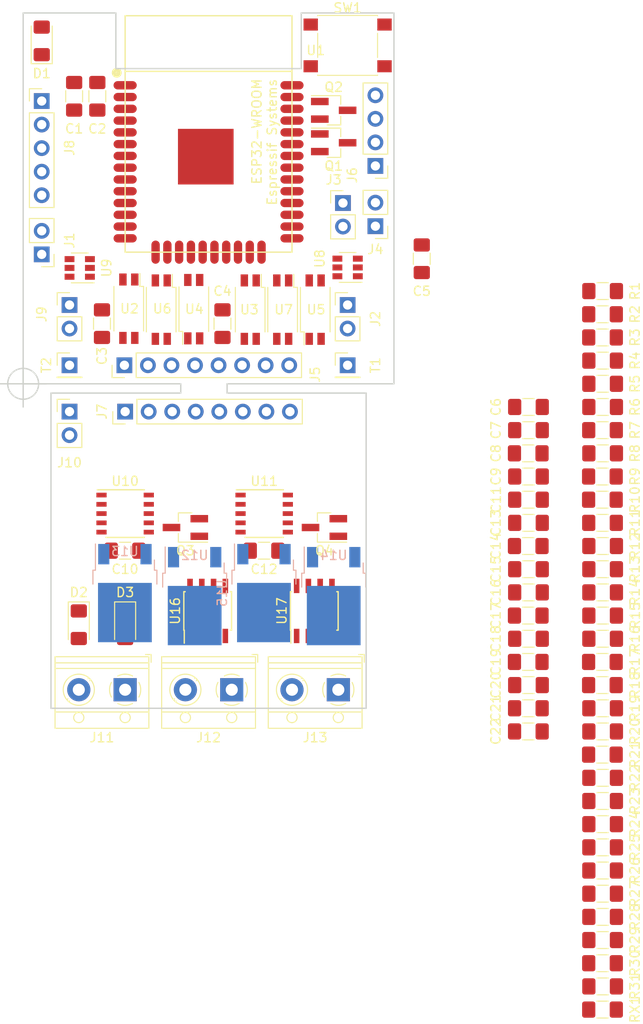
<source format=kicad_pcb>
(kicad_pcb (version 20171130) (host pcbnew "(5.0.1)-4")
  (layers (0 F.Cu signal) (1 In1.Cu signal) (2 In2.Cu signal) (31 B.Cu signal) (34 B.Paste user hide) (35 F.Paste user hide) (36 B.SilkS user) (37 F.SilkS user) (38 B.Mask user hide) (39 F.Mask user hide) (44 Edge.Cuts user))
  (net 0 "")
  (net 1 GND)
  (net 2 VCC)
  (net 3 "Net-(C15-Pad2)")
  (net 4 "Net-(C16-Pad2)")
  (net 5 "Net-(C6-Pad1)")
  (net 6 "Net-(C11-Pad1)")
  (net 7 "Net-(C13-Pad2)")
  (net 8 "Net-(D1-Pad1)")
  (net 9 230VAC)
  (net 10 "Net-(J1-Pad2)")
  (net 11 "Net-(J1-Pad1)")
  (net 12 "Net-(J3-Pad2)")
  (net 13 Gain)
  (net 14 Out)
  (net 15 A/R)
  (net 16 TX_3V3)
  (net 17 RX_3V3)
  (net 18 DIM_MODE_1)
  (net 19 DIM_MODE_2)
  (net 20 DIM_Control_1)
  (net 21 DIM_Control_2)
  (net 22 "Net-(R21-Pad2)")
  (net 23 Current_Meas_1)
  (net 24 Current_Meas_2)
  (net 25 "Net-(SW1-Pad1)")
  (net 26 TOUCH_2)
  (net 27 TOUCH_1)
  (net 28 TOUCH_SYNC)
  (net 29 "Net-(C3-Pad1)")
  (net 30 "Net-(C17-Pad2)")
  (net 31 "Net-(C18-Pad2)")
  (net 32 "Net-(C10-Pad2)")
  (net 33 "Net-(J5-Pad1)")
  (net 34 "Net-(R22-Pad2)")
  (net 35 GND_PWR)
  (net 36 /PWR_1)
  (net 37 /PWR_6)
  (net 38 /HV_3)
  (net 39 /HV_2)
  (net 40 /PWR_5)
  (net 41 /PWR_3)
  (net 42 /HV_6)
  (net 43 /HV_8)
  (net 44 /HV_5)
  (net 45 /HV_9)
  (net 46 /PWR_4)
  (net 47 /PWR_2)
  (net 48 "Net-(C3-Pad2)")
  (net 49 "Net-(C4-Pad1)")
  (net 50 "Net-(C6-Pad2)")
  (net 51 "Net-(C7-Pad1)")
  (net 52 "Net-(C19-Pad2)")
  (net 53 "Net-(C12-Pad2)")
  (net 54 "Net-(C13-Pad1)")
  (net 55 "Net-(C14-Pad1)")
  (net 56 "Net-(C21-Pad1)")
  (net 57 "Net-(C22-Pad1)")
  (net 58 "Net-(J2-Pad1)")
  (net 59 "Net-(J3-Pad1)")
  (net 60 "Net-(J4-Pad2)")
  (net 61 "Net-(J5-Pad3)")
  (net 62 "Net-(J5-Pad4)")
  (net 63 "Net-(J5-Pad6)")
  (net 64 "Net-(J5-Pad7)")
  (net 65 "Net-(J6-Pad2)")
  (net 66 "Net-(J6-Pad3)")
  (net 67 "Net-(J7-Pad2)")
  (net 68 "Net-(J7-Pad3)")
  (net 69 "Net-(J7-Pad4)")
  (net 70 "Net-(J7-Pad5)")
  (net 71 "Net-(J7-Pad6)")
  (net 72 "Net-(J7-Pad7)")
  (net 73 "Net-(R2-Pad1)")
  (net 74 "Net-(R3-Pad1)")
  (net 75 "Net-(R7-Pad1)")
  (net 76 "Net-(R8-Pad1)")
  (net 77 "Net-(R11-Pad2)")
  (net 78 "Net-(R12-Pad2)")
  (net 79 "Net-(R23-Pad2)")
  (net 80 "Net-(R24-Pad2)")
  (net 81 "Net-(R25-Pad2)")
  (net 82 "Net-(R26-Pad2)")
  (net 83 "Net-(RX1-Pad1)")
  (module Capacitor_SMD:C_1206_3216Metric_Pad1.42x1.75mm_HandSolder (layer F.Cu) (at 85.5 78.9875 90)
    (fp_text reference C1 (at -3.5 0 180) (layer F.SilkS))
    (fp_text value 3uF)
    (pad 2 smd roundrect (at 1.4875 0 90) (size 1.425 1.75) (layers F.Cu F.Paste F.Mask) (roundrect_rratio 0.175439) (net 1 GND))
    (pad 1 smd roundrect (at -1.4875 0 90) (size 1.425 1.75) (layers F.Cu F.Paste F.Mask) (roundrect_rratio 0.175439) (net 2 VCC))
  )
  (module Capacitor_SMD:C_1206_3216Metric_Pad1.42x1.75mm_HandSolder (layer F.Cu) (at 88 78.9875 90)
    (fp_text reference C2 (at -3.5125 0 180) (layer F.SilkS))
    (fp_text value 100nF)
    (pad 2 smd roundrect (at 1.4875 0 90) (size 1.425 1.75) (layers F.Cu F.Paste F.Mask) (roundrect_rratio 0.175439) (net 1 GND))
    (pad 1 smd roundrect (at -1.4875 0 90) (size 1.425 1.75) (layers F.Cu F.Paste F.Mask) (roundrect_rratio 0.175439) (net 2 VCC))
  )
  (module Capacitor_SMD:C_1206_3216Metric_Pad1.42x1.75mm_HandSolder (layer F.Cu) (at 88.5 103.5125 90)
    (fp_text reference C3 (at -3.4875 0 270) (layer F.SilkS))
    (fp_text value 3uF)
    (pad 2 smd roundrect (at 1.4875 0 90) (size 1.425 1.75) (layers F.Cu F.Paste F.Mask) (roundrect_rratio 0.175439) (net 48 "Net-(C3-Pad2)"))
    (pad 1 smd roundrect (at -1.4875 0 90) (size 1.425 1.75) (layers F.Cu F.Paste F.Mask) (roundrect_rratio 0.175439) (net 29 "Net-(C3-Pad1)"))
  )
  (module Capacitor_SMD:C_1206_3216Metric_Pad1.42x1.75mm_HandSolder (layer F.Cu) (at 101.5 103.5125 90)
    (fp_text reference C4 (at 3.5125 0 180) (layer F.SilkS))
    (fp_text value 3uF)
    (pad 2 smd roundrect (at 1.4875 0 90) (size 1.425 1.75) (layers F.Cu F.Paste F.Mask) (roundrect_rratio 0.175439) (net 48 "Net-(C3-Pad2)"))
    (pad 1 smd roundrect (at -1.4875 0 90) (size 1.425 1.75) (layers F.Cu F.Paste F.Mask) (roundrect_rratio 0.175439) (net 49 "Net-(C4-Pad1)"))
  )
  (module Capacitor_SMD:C_1206_3216Metric_Pad1.42x1.75mm_HandSolder (layer F.Cu) (at 123 96.5125 90)
    (fp_text reference C5 (at -3.5 0 180) (layer F.SilkS))
    (fp_text value 100nF)
    (pad 1 smd roundrect (at -1.4875 0 90) (size 1.425 1.75) (layers F.Cu F.Paste F.Mask) (roundrect_rratio 0.175439) (net 2 VCC))
    (pad 2 smd roundrect (at 1.4875 0 90) (size 1.425 1.75) (layers F.Cu F.Paste F.Mask) (roundrect_rratio 0.175439) (net 1 GND))
  )
  (module Capacitor_SMD:C_1206_3216Metric_Pad1.42x1.75mm_HandSolder (layer F.Cu) (at 134.5125 112.5)
    (fp_text reference C6 (at -3.5125 0 90) (layer F.SilkS))
    (fp_text value 4.7nF)
    (pad 2 smd roundrect (at 1.4875 0) (size 1.425 1.75) (layers F.Cu F.Paste F.Mask) (roundrect_rratio 0.175439) (net 50 "Net-(C6-Pad2)"))
    (pad 1 smd roundrect (at -1.4875 0) (size 1.425 1.75) (layers F.Cu F.Paste F.Mask) (roundrect_rratio 0.175439) (net 5 "Net-(C6-Pad1)"))
  )
  (module Capacitor_SMD:C_1206_3216Metric_Pad1.42x1.75mm_HandSolder (layer F.Cu) (at 134.5125 115)
    (fp_text reference C7 (at -3.5125 0 90) (layer F.SilkS))
    (fp_text value 5pF)
    (pad 2 smd roundrect (at 1.4875 0) (size 1.425 1.75) (layers F.Cu F.Paste F.Mask) (roundrect_rratio 0.175439) (net 1 GND))
    (pad 1 smd roundrect (at -1.4875 0) (size 1.425 1.75) (layers F.Cu F.Paste F.Mask) (roundrect_rratio 0.175439) (net 51 "Net-(C7-Pad1)"))
  )
  (module Capacitor_SMD:C_1206_3216Metric_Pad1.42x1.75mm_HandSolder (layer F.Cu) (at 134.4875 117.5)
    (fp_text reference C8 (at -3.4875 0 90) (layer F.SilkS))
    (fp_text value 100nF)
    (pad 1 smd roundrect (at -1.4875 0) (size 1.425 1.75) (layers F.Cu F.Paste F.Mask) (roundrect_rratio 0.175439) (net 2 VCC))
    (pad 2 smd roundrect (at 1.4875 0) (size 1.425 1.75) (layers F.Cu F.Paste F.Mask) (roundrect_rratio 0.175439) (net 1 GND))
  )
  (module Capacitor_SMD:C_1206_3216Metric_Pad1.42x1.75mm_HandSolder (layer F.Cu) (at 134.5125 120)
    (fp_text reference C9 (at -3.5125 0 90) (layer F.SilkS))
    (fp_text value 100nF)
    (pad 2 smd roundrect (at 1.4875 0) (size 1.425 1.75) (layers F.Cu F.Paste F.Mask) (roundrect_rratio 0.175439) (net 35 GND_PWR))
    (pad 1 smd roundrect (at -1.4875 0) (size 1.425 1.75) (layers F.Cu F.Paste F.Mask) (roundrect_rratio 0.175439) (net 52 "Net-(C19-Pad2)"))
  )
  (module Capacitor_SMD:C_1206_3216Metric_Pad1.42x1.75mm_HandSolder (layer F.Cu) (at 90.9875 128)
    (fp_text reference C10 (at 0 2) (layer F.SilkS))
    (fp_text value 3uF)
    (pad 1 smd roundrect (at -1.4875 0) (size 1.425 1.75) (layers F.Cu F.Paste F.Mask) (roundrect_rratio 0.175439) (net 35 GND_PWR))
    (pad 2 smd roundrect (at 1.4875 0) (size 1.425 1.75) (layers F.Cu F.Paste F.Mask) (roundrect_rratio 0.175439) (net 32 "Net-(C10-Pad2)"))
  )
  (module Capacitor_SMD:C_1206_3216Metric_Pad1.42x1.75mm_HandSolder (layer F.Cu) (at 134.5125 122.5)
    (fp_text reference C11 (at -3.4875 0 90) (layer F.SilkS))
    (fp_text value 100nF)
    (pad 1 smd roundrect (at -1.4875 0) (size 1.425 1.75) (layers F.Cu F.Paste F.Mask) (roundrect_rratio 0.175439) (net 6 "Net-(C11-Pad1)"))
    (pad 2 smd roundrect (at 1.4875 0) (size 1.425 1.75) (layers F.Cu F.Paste F.Mask) (roundrect_rratio 0.175439) (net 35 GND_PWR))
  )
  (module Capacitor_SMD:C_1206_3216Metric_Pad1.42x1.75mm_HandSolder (layer F.Cu) (at 105.9875 128)
    (fp_text reference C12 (at 0 2) (layer F.SilkS))
    (fp_text value 3uF)
    (pad 2 smd roundrect (at 1.4875 0) (size 1.425 1.75) (layers F.Cu F.Paste F.Mask) (roundrect_rratio 0.175439) (net 53 "Net-(C12-Pad2)"))
    (pad 1 smd roundrect (at -1.4875 0) (size 1.425 1.75) (layers F.Cu F.Paste F.Mask) (roundrect_rratio 0.175439) (net 35 GND_PWR))
  )
  (module Capacitor_SMD:C_1206_3216Metric_Pad1.42x1.75mm_HandSolder (layer F.Cu) (at 134.5125 125)
    (fp_text reference C13 (at -3.5125 0 90) (layer F.SilkS))
    (fp_text value 4.7nF)
    (pad 2 smd roundrect (at 1.4875 0) (size 1.425 1.75) (layers F.Cu F.Paste F.Mask) (roundrect_rratio 0.175439) (net 7 "Net-(C13-Pad2)"))
    (pad 1 smd roundrect (at -1.4875 0) (size 1.425 1.75) (layers F.Cu F.Paste F.Mask) (roundrect_rratio 0.175439) (net 54 "Net-(C13-Pad1)"))
  )
  (module Capacitor_SMD:C_1206_3216Metric_Pad1.42x1.75mm_HandSolder (layer F.Cu) (at 134.4875 127.5)
    (fp_text reference C14 (at -3.4875 0 90) (layer F.SilkS))
    (fp_text value 5pF)
    (pad 1 smd roundrect (at -1.4875 0) (size 1.425 1.75) (layers F.Cu F.Paste F.Mask) (roundrect_rratio 0.175439) (net 55 "Net-(C14-Pad1)"))
    (pad 2 smd roundrect (at 1.4875 0) (size 1.425 1.75) (layers F.Cu F.Paste F.Mask) (roundrect_rratio 0.175439) (net 1 GND))
  )
  (module Capacitor_SMD:C_1206_3216Metric_Pad1.42x1.75mm_HandSolder (layer F.Cu) (at 134.5125 130)
    (fp_text reference C15 (at -3.5125 0 90) (layer F.SilkS))
    (fp_text value 2nF)
    (pad 2 smd roundrect (at 1.4875 0) (size 1.425 1.75) (layers F.Cu F.Paste F.Mask) (roundrect_rratio 0.175439) (net 3 "Net-(C15-Pad2)"))
    (pad 1 smd roundrect (at -1.4875 0) (size 1.425 1.75) (layers F.Cu F.Paste F.Mask) (roundrect_rratio 0.175439) (net 36 /PWR_1))
  )
  (module Capacitor_SMD:C_1206_3216Metric_Pad1.42x1.75mm_HandSolder (layer F.Cu) (at 134.5125 132.5)
    (fp_text reference C16 (at -3.5125 0 90) (layer F.SilkS))
    (fp_text value 2nF)
    (pad 1 smd roundrect (at -1.4875 0) (size 1.425 1.75) (layers F.Cu F.Paste F.Mask) (roundrect_rratio 0.175439) (net 37 /PWR_6))
    (pad 2 smd roundrect (at 1.4875 0) (size 1.425 1.75) (layers F.Cu F.Paste F.Mask) (roundrect_rratio 0.175439) (net 4 "Net-(C16-Pad2)"))
  )
  (module Capacitor_SMD:C_1206_3216Metric_Pad1.42x1.75mm_HandSolder (layer F.Cu) (at 134.4875 135)
    (fp_text reference C17 (at -3.4875 0 90) (layer F.SilkS))
    (fp_text value 22nF)
    (pad 2 smd roundrect (at 1.4875 0) (size 1.425 1.75) (layers F.Cu F.Paste F.Mask) (roundrect_rratio 0.175439) (net 30 "Net-(C17-Pad2)"))
    (pad 1 smd roundrect (at -1.4875 0) (size 1.425 1.75) (layers F.Cu F.Paste F.Mask) (roundrect_rratio 0.175439) (net 35 GND_PWR))
  )
  (module Capacitor_SMD:C_1206_3216Metric_Pad1.42x1.75mm_HandSolder (layer F.Cu) (at 134.5125 137.5)
    (fp_text reference C18 (at -3.5125 0 90) (layer F.SilkS))
    (fp_text value 22nF)
    (pad 1 smd roundrect (at -1.4875 0) (size 1.425 1.75) (layers F.Cu F.Paste F.Mask) (roundrect_rratio 0.175439) (net 35 GND_PWR))
    (pad 2 smd roundrect (at 1.4875 0) (size 1.425 1.75) (layers F.Cu F.Paste F.Mask) (roundrect_rratio 0.175439) (net 31 "Net-(C18-Pad2)"))
  )
  (module Capacitor_SMD:C_1206_3216Metric_Pad1.42x1.75mm_HandSolder (layer F.Cu) (at 134.4875 140)
    (fp_text reference C19 (at -3.4875 0 90) (layer F.SilkS))
    (fp_text value 100nF)
    (pad 1 smd roundrect (at -1.4875 0) (size 1.425 1.75) (layers F.Cu F.Paste F.Mask) (roundrect_rratio 0.175439) (net 35 GND_PWR))
    (pad 2 smd roundrect (at 1.4875 0) (size 1.425 1.75) (layers F.Cu F.Paste F.Mask) (roundrect_rratio 0.175439) (net 52 "Net-(C19-Pad2)"))
  )
  (module Capacitor_SMD:C_1206_3216Metric_Pad1.42x1.75mm_HandSolder (layer F.Cu) (at 134.5125 142.5)
    (fp_text reference C20 (at -3.5125 0 90) (layer F.SilkS))
    (fp_text value 100nF)
    (pad 1 smd roundrect (at -1.4875 0) (size 1.425 1.75) (layers F.Cu F.Paste F.Mask) (roundrect_rratio 0.175439) (net 35 GND_PWR))
    (pad 2 smd roundrect (at 1.4875 0) (size 1.425 1.75) (layers F.Cu F.Paste F.Mask) (roundrect_rratio 0.175439) (net 6 "Net-(C11-Pad1)"))
  )
  (module Capacitor_SMD:C_1206_3216Metric_Pad1.42x1.75mm_HandSolder (layer F.Cu) (at 134.5 145)
    (fp_text reference C21 (at -3.5125 0 90) (layer F.SilkS))
    (fp_text value 1nF)
    (pad 1 smd roundrect (at -1.4875 0) (size 1.425 1.75) (layers F.Cu F.Paste F.Mask) (roundrect_rratio 0.175439) (net 56 "Net-(C21-Pad1)"))
    (pad 2 smd roundrect (at 1.4875 0) (size 1.425 1.75) (layers F.Cu F.Paste F.Mask) (roundrect_rratio 0.175439) (net 35 GND_PWR))
  )
  (module Capacitor_SMD:C_1206_3216Metric_Pad1.42x1.75mm_HandSolder (layer F.Cu) (at 134.5 147.5)
    (fp_text reference C22 (at -3.5125 0 90) (layer F.SilkS))
    (fp_text value 1nF)
    (pad 1 smd roundrect (at -1.4875 0) (size 1.425 1.75) (layers F.Cu F.Paste F.Mask) (roundrect_rratio 0.175439) (net 57 "Net-(C22-Pad1)"))
    (pad 2 smd roundrect (at 1.4875 0) (size 1.425 1.75) (layers F.Cu F.Paste F.Mask) (roundrect_rratio 0.175439) (net 35 GND_PWR))
  )
  (module LED_SMD:LED_1206_3216Metric_Pad1.42x1.75mm_HandSolder (layer F.Cu) (at 82 73.0125 90)
    (fp_text reference D1 (at -3.5125 0 180) (layer F.SilkS))
    (fp_text value LED)
    (pad 1 smd roundrect (at -1.4875 0 90) (size 1.425 1.75) (layers F.Cu F.Paste F.Mask) (roundrect_rratio 0.175439) (net 8 "Net-(D1-Pad1)"))
    (pad 2 smd roundrect (at 1.4875 0 90) (size 1.425 1.75) (layers F.Cu F.Paste F.Mask) (roundrect_rratio 0.175439) (net 2 VCC))
  )
  (module Diode_SMD:D_1206_3216Metric_Pad1.42x1.75mm_HandSolder (layer F.Cu) (at 86 135.9875 270)
    (fp_text reference D2 (at -3.4875 0) (layer F.SilkS))
    (fp_text value D)
    (pad 1 smd roundrect (at -1.4875 0 270) (size 1.425 1.75) (layers F.Cu F.Paste F.Mask) (roundrect_rratio 0.175439) (net 9 230VAC))
    (pad 2 smd roundrect (at 1.4875 0 270) (size 1.425 1.75) (layers F.Cu F.Paste F.Mask) (roundrect_rratio 0.175439) (net 38 /HV_3))
  )
  (module Diode_SMD:D_1206_3216Metric_Pad1.42x1.75mm_HandSolder (layer F.Cu) (at 91 135.9875 270)
    (fp_text reference D3 (at -3.4875 0) (layer F.SilkS))
    (fp_text value D)
    (pad 2 smd roundrect (at 1.4875 0 270) (size 1.425 1.75) (layers F.Cu F.Paste F.Mask) (roundrect_rratio 0.175439) (net 39 /HV_2))
    (pad 1 smd roundrect (at -1.4875 0 270) (size 1.425 1.75) (layers F.Cu F.Paste F.Mask) (roundrect_rratio 0.175439) (net 9 230VAC))
  )
  (module Connector_PinHeader_2.54mm:PinHeader_1x02_P2.54mm_Vertical (layer F.Cu) (at 82 96.04 180)
    (fp_text reference J1 (at -3 1.5 270) (layer F.SilkS))
    (fp_text value Conn_01x02)
    (pad 1 thru_hole rect (at 0 0 180) (size 1.7 1.7) (drill 1) (layers *.Cu *.Mask) (net 11 "Net-(J1-Pad1)"))
    (pad 2 thru_hole oval (at 0 2.54 180) (size 1.7 1.7) (drill 1) (layers *.Cu *.Mask) (net 10 "Net-(J1-Pad2)"))
  )
  (module Connector_PinHeader_2.54mm:PinHeader_1x02_P2.54mm_Vertical (layer F.Cu) (at 115 101.5)
    (fp_text reference J2 (at 3 1.5 90) (layer F.SilkS))
    (fp_text value Conn_01x02)
    (pad 2 thru_hole oval (at 0 2.54) (size 1.7 1.7) (drill 1) (layers *.Cu *.Mask) (net 1 GND))
    (pad 1 thru_hole rect (at 0 0) (size 1.7 1.7) (drill 1) (layers *.Cu *.Mask) (net 58 "Net-(J2-Pad1)"))
  )
  (module Connector_PinHeader_2.54mm:PinHeader_1x02_P2.54mm_Vertical (layer F.Cu) (at 114.5 90.5)
    (fp_text reference J3 (at -1 -2.5) (layer F.SilkS))
    (fp_text value Conn_01x02)
    (pad 2 thru_hole oval (at 0 2.54) (size 1.7 1.7) (drill 1) (layers *.Cu *.Mask) (net 12 "Net-(J3-Pad2)"))
    (pad 1 thru_hole rect (at 0 0) (size 1.7 1.7) (drill 1) (layers *.Cu *.Mask) (net 59 "Net-(J3-Pad1)"))
  )
  (module Connector_PinHeader_2.54mm:PinHeader_1x02_P2.54mm_Vertical (layer F.Cu) (at 118 93 180)
    (fp_text reference J4 (at 0 -2.5) (layer F.SilkS))
    (fp_text value Conn_01x02)
    (pad 2 thru_hole oval (at 0 2.54 180) (size 1.7 1.7) (drill 1) (layers *.Cu *.Mask) (net 60 "Net-(J4-Pad2)"))
    (pad 1 thru_hole rect (at 0 0 180) (size 1.7 1.7) (drill 1) (layers *.Cu *.Mask) (net 2 VCC))
  )
  (module Connector_PinHeader_2.54mm:PinHeader_1x08_P2.54mm_Vertical (layer F.Cu) (at 90.92 108 90)
    (fp_text reference J5 (at -1 20.58 270) (layer F.SilkS))
    (fp_text value Conn_01x08)
    (pad 8 thru_hole oval (at 0 17.78 90) (size 1.7 1.7) (drill 1) (layers *.Cu *.Mask) (net 48 "Net-(C3-Pad2)"))
    (pad 7 thru_hole oval (at 0 15.24 90) (size 1.7 1.7) (drill 1) (layers *.Cu *.Mask) (net 64 "Net-(J5-Pad7)"))
    (pad 6 thru_hole oval (at 0 12.7 90) (size 1.7 1.7) (drill 1) (layers *.Cu *.Mask) (net 63 "Net-(J5-Pad6)"))
    (pad 5 thru_hole oval (at 0 10.16 90) (size 1.7 1.7) (drill 1) (layers *.Cu *.Mask) (net 49 "Net-(C4-Pad1)"))
    (pad 4 thru_hole oval (at 0 7.62 90) (size 1.7 1.7) (drill 1) (layers *.Cu *.Mask) (net 62 "Net-(J5-Pad4)"))
    (pad 3 thru_hole oval (at 0 5.08 90) (size 1.7 1.7) (drill 1) (layers *.Cu *.Mask) (net 61 "Net-(J5-Pad3)"))
    (pad 2 thru_hole oval (at 0 2.54 90) (size 1.7 1.7) (drill 1) (layers *.Cu *.Mask) (net 29 "Net-(C3-Pad1)"))
    (pad 1 thru_hole rect (at 0 0 90) (size 1.7 1.7) (drill 1) (layers *.Cu *.Mask) (net 33 "Net-(J5-Pad1)"))
  )
  (module Connector_PinHeader_2.54mm:PinHeader_1x04_P2.54mm_Vertical (layer F.Cu) (at 118 86.5 180)
    (fp_text reference J6 (at 2.5 -1 270) (layer F.SilkS))
    (fp_text value Conn_01x04)
    (pad 1 thru_hole rect (at 0 0 180) (size 1.7 1.7) (drill 1) (layers *.Cu *.Mask) (net 60 "Net-(J4-Pad2)"))
    (pad 2 thru_hole oval (at 0 2.54 180) (size 1.7 1.7) (drill 1) (layers *.Cu *.Mask) (net 65 "Net-(J6-Pad2)"))
    (pad 3 thru_hole oval (at 0 5.08 180) (size 1.7 1.7) (drill 1) (layers *.Cu *.Mask) (net 66 "Net-(J6-Pad3)"))
    (pad 4 thru_hole oval (at 0 7.62 180) (size 1.7 1.7) (drill 1) (layers *.Cu *.Mask) (net 1 GND))
  )
  (module Connector_PinHeader_2.54mm:PinHeader_1x08_P2.54mm_Vertical (layer F.Cu) (at 91 113 90)
    (fp_text reference J7 (at 0 -2.5 90) (layer F.SilkS))
    (fp_text value Conn_01x08)
    (pad 1 thru_hole rect (at 0 0 90) (size 1.7 1.7) (drill 1) (layers *.Cu *.Mask))
    (pad 2 thru_hole oval (at 0 2.54 90) (size 1.7 1.7) (drill 1) (layers *.Cu *.Mask) (net 67 "Net-(J7-Pad2)"))
    (pad 3 thru_hole oval (at 0 5.08 90) (size 1.7 1.7) (drill 1) (layers *.Cu *.Mask) (net 68 "Net-(J7-Pad3)"))
    (pad 4 thru_hole oval (at 0 7.62 90) (size 1.7 1.7) (drill 1) (layers *.Cu *.Mask) (net 69 "Net-(J7-Pad4)"))
    (pad 5 thru_hole oval (at 0 10.16 90) (size 1.7 1.7) (drill 1) (layers *.Cu *.Mask) (net 70 "Net-(J7-Pad5)"))
    (pad 6 thru_hole oval (at 0 12.7 90) (size 1.7 1.7) (drill 1) (layers *.Cu *.Mask) (net 71 "Net-(J7-Pad6)"))
    (pad 7 thru_hole oval (at 0 15.24 90) (size 1.7 1.7) (drill 1) (layers *.Cu *.Mask) (net 72 "Net-(J7-Pad7)"))
    (pad 8 thru_hole oval (at 0 17.78 90) (size 1.7 1.7) (drill 1) (layers *.Cu *.Mask) (net 35 GND_PWR))
  )
  (module Connector_PinHeader_2.54mm:PinHeader_1x05_P2.54mm_Vertical (layer F.Cu) (at 82 79.5)
    (fp_text reference J8 (at 3 5.04 90) (layer F.SilkS))
    (fp_text value Conn_01x05)
    (pad 1 thru_hole rect (at 0 0) (size 1.7 1.7) (drill 1) (layers *.Cu *.Mask) (net 1 GND))
    (pad 2 thru_hole oval (at 0 2.54) (size 1.7 1.7) (drill 1) (layers *.Cu *.Mask) (net 2 VCC))
    (pad 3 thru_hole oval (at 0 5.08) (size 1.7 1.7) (drill 1) (layers *.Cu *.Mask) (net 13 Gain))
    (pad 4 thru_hole oval (at 0 7.62) (size 1.7 1.7) (drill 1) (layers *.Cu *.Mask) (net 14 Out))
    (pad 5 thru_hole oval (at 0 10.16) (size 1.7 1.7) (drill 1) (layers *.Cu *.Mask) (net 15 A/R))
  )
  (module Connector_PinHeader_2.54mm:PinHeader_1x02_P2.54mm_Vertical (layer F.Cu) (at 85 101.5)
    (fp_text reference J9 (at -3 1 90) (layer F.SilkS))
    (fp_text value Conn_01x02)
    (pad 1 thru_hole rect (at 0 0) (size 1.7 1.7) (drill 1) (layers *.Cu *.Mask) (net 2 VCC))
    (pad 2 thru_hole oval (at 0 2.54) (size 1.7 1.7) (drill 1) (layers *.Cu *.Mask) (net 1 GND))
  )
  (module Connector_PinHeader_2.54mm:PinHeader_1x02_P2.54mm_Vertical (layer F.Cu) (at 85 113)
    (fp_text reference J10 (at 0 5.5 180) (layer F.SilkS))
    (fp_text value Conn_01x02)
    (pad 1 thru_hole rect (at 0 0) (size 1.7 1.7) (drill 1) (layers *.Cu *.Mask) (net 39 /HV_2))
    (pad 2 thru_hole oval (at 0 2.54) (size 1.7 1.7) (drill 1) (layers *.Cu *.Mask) (net 38 /HV_3))
  )
  (module TerminalBlock_RND:TerminalBlock_RND_205-00012_1x02_P5.00mm_Horizontal (layer F.Cu) (at 91 143 180)
    (fp_text reference J11 (at 2.5 -5.16 180) (layer F.SilkS))
    (fp_text value Conn_01x02)
    (pad 2 thru_hole circle (at 5 0 180) (size 2.5 2.5) (drill 1.3) (layers *.Cu *.Mask) (net 38 /HV_3))
    (pad 1 thru_hole rect (at 0 0 180) (size 2.5 2.5) (drill 1.3) (layers *.Cu *.Mask) (net 39 /HV_2))
  )
  (module TerminalBlock_RND:TerminalBlock_RND_205-00012_1x02_P5.00mm_Horizontal (layer F.Cu) (at 102.5 143 180)
    (fp_text reference J12 (at 2.5 -5.16 180) (layer F.SilkS))
    (fp_text value Conn_01x02)
    (pad 1 thru_hole rect (at 0 0 180) (size 2.5 2.5) (drill 1.3) (layers *.Cu *.Mask) (net 37 /PWR_6))
    (pad 2 thru_hole circle (at 5 0 180) (size 2.5 2.5) (drill 1.3) (layers *.Cu *.Mask) (net 40 /PWR_5))
  )
  (module TerminalBlock_RND:TerminalBlock_RND_205-00012_1x02_P5.00mm_Horizontal (layer F.Cu) (at 114 143 180)
    (fp_text reference J13 (at 2.5 -5.16 180) (layer F.SilkS))
    (fp_text value Conn_01x02)
    (pad 1 thru_hole rect (at 0 0 180) (size 2.5 2.5) (drill 1.3) (layers *.Cu *.Mask) (net 36 /PWR_1))
    (pad 2 thru_hole circle (at 5 0 180) (size 2.5 2.5) (drill 1.3) (layers *.Cu *.Mask) (net 41 /PWR_3))
  )
  (module Package_TO_SOT_SMD:SOT-23_Handsoldering (layer F.Cu) (at 113.5 84)
    (fp_text reference Q1 (at 0 2.5) (layer F.SilkS))
    (fp_text value 2N7000)
    (pad 1 smd rect (at -1.5 -0.95) (size 1.9 0.8) (layers F.Cu F.Paste F.Mask) (net 16 TX_3V3))
    (pad 2 smd rect (at -1.5 0.95) (size 1.9 0.8) (layers F.Cu F.Paste F.Mask) (net 2 VCC))
    (pad 3 smd rect (at 1.5 0) (size 1.9 0.8) (layers F.Cu F.Paste F.Mask) (net 65 "Net-(J6-Pad2)"))
  )
  (module Package_TO_SOT_SMD:SOT-23_Handsoldering (layer F.Cu) (at 113.5 80.5)
    (fp_text reference Q2 (at 0 -2.5) (layer F.SilkS))
    (fp_text value 2N7000)
    (pad 3 smd rect (at 1.5 0) (size 1.9 0.8) (layers F.Cu F.Paste F.Mask) (net 66 "Net-(J6-Pad3)"))
    (pad 2 smd rect (at -1.5 0.95) (size 1.9 0.8) (layers F.Cu F.Paste F.Mask) (net 2 VCC))
    (pad 1 smd rect (at -1.5 -0.95) (size 1.9 0.8) (layers F.Cu F.Paste F.Mask) (net 17 RX_3V3))
  )
  (module Package_TO_SOT_SMD:SOT-23_Handsoldering (layer F.Cu) (at 97.5 125.5 180)
    (fp_text reference Q3 (at 0 -2.5 180) (layer F.SilkS))
    (fp_text value Q_NPN_EBC)
    (pad 3 smd rect (at 1.5 0 180) (size 1.9 0.8) (layers F.Cu F.Paste F.Mask) (net 43 /HV_8))
    (pad 2 smd rect (at -1.5 0.95 180) (size 1.9 0.8) (layers F.Cu F.Paste F.Mask) (net 42 /HV_6))
    (pad 1 smd rect (at -1.5 -0.95 180) (size 1.9 0.8) (layers F.Cu F.Paste F.Mask) (net 32 "Net-(C10-Pad2)"))
  )
  (module Package_TO_SOT_SMD:SOT-23_Handsoldering (layer F.Cu) (at 112.5 125.5 180)
    (fp_text reference Q4 (at 0 -2.5 180) (layer F.SilkS))
    (fp_text value Q_NPN_EBC)
    (pad 1 smd rect (at -1.5 -0.95 180) (size 1.9 0.8) (layers F.Cu F.Paste F.Mask) (net 53 "Net-(C12-Pad2)"))
    (pad 2 smd rect (at -1.5 0.95 180) (size 1.9 0.8) (layers F.Cu F.Paste F.Mask) (net 45 /HV_9))
    (pad 3 smd rect (at 1.5 0 180) (size 1.9 0.8) (layers F.Cu F.Paste F.Mask) (net 44 /HV_5))
  )
  (module Resistor_SMD:R_1206_3216Metric_Pad1.42x1.75mm_HandSolder (layer F.Cu) (at 142.5125 100)
    (fp_text reference R1 (at 3.4875 0 90) (layer F.SilkS))
    (fp_text value 10k)
    (pad 1 smd roundrect (at -1.4875 0) (size 1.425 1.75) (layers F.Cu F.Paste F.Mask) (roundrect_rratio 0.175439) (net 2 VCC))
    (pad 2 smd roundrect (at 1.4875 0) (size 1.425 1.75) (layers F.Cu F.Paste F.Mask) (roundrect_rratio 0.175439) (net 58 "Net-(J2-Pad1)"))
  )
  (module Resistor_SMD:R_1206_3216Metric_Pad1.42x1.75mm_HandSolder (layer F.Cu) (at 142.5 102.5)
    (fp_text reference R2 (at 3.5 0 90) (layer F.SilkS))
    (fp_text value 2K2)
    (pad 2 smd roundrect (at 1.4875 0) (size 1.425 1.75) (layers F.Cu F.Paste F.Mask) (roundrect_rratio 0.175439) (net 20 DIM_Control_1))
    (pad 1 smd roundrect (at -1.4875 0) (size 1.425 1.75) (layers F.Cu F.Paste F.Mask) (roundrect_rratio 0.175439) (net 73 "Net-(R2-Pad1)"))
  )
  (module Resistor_SMD:R_1206_3216Metric_Pad1.42x1.75mm_HandSolder (layer F.Cu) (at 142.5 105)
    (fp_text reference R3 (at 3.5 0 90) (layer F.SilkS))
    (fp_text value 10K)
    (pad 2 smd roundrect (at 1.4875 0) (size 1.425 1.75) (layers F.Cu F.Paste F.Mask) (roundrect_rratio 0.175439) (net 24 Current_Meas_2))
    (pad 1 smd roundrect (at -1.4875 0) (size 1.425 1.75) (layers F.Cu F.Paste F.Mask) (roundrect_rratio 0.175439) (net 74 "Net-(R3-Pad1)"))
  )
  (module Resistor_SMD:R_1206_3216Metric_Pad1.42x1.75mm_HandSolder (layer F.Cu) (at 142.5125 107.5)
    (fp_text reference R4 (at 3.4875 0 90) (layer F.SilkS))
    (fp_text value 10K)
    (pad 1 smd roundrect (at -1.4875 0) (size 1.425 1.75) (layers F.Cu F.Paste F.Mask) (roundrect_rratio 0.175439) (net 74 "Net-(R3-Pad1)"))
    (pad 2 smd roundrect (at 1.4875 0) (size 1.425 1.75) (layers F.Cu F.Paste F.Mask) (roundrect_rratio 0.175439) (net 23 Current_Meas_1))
  )
  (module Resistor_SMD:R_1206_3216Metric_Pad1.42x1.75mm_HandSolder (layer F.Cu) (at 142.5125 110)
    (fp_text reference R5 (at 3.4875 0 90) (layer F.SilkS))
    (fp_text value 10K)
    (pad 2 smd roundrect (at 1.4875 0) (size 1.425 1.75) (layers F.Cu F.Paste F.Mask) (roundrect_rratio 0.175439) (net 48 "Net-(C3-Pad2)"))
    (pad 1 smd roundrect (at -1.4875 0) (size 1.425 1.75) (layers F.Cu F.Paste F.Mask) (roundrect_rratio 0.175439) (net 29 "Net-(C3-Pad1)"))
  )
  (module Resistor_SMD:R_1206_3216Metric_Pad1.42x1.75mm_HandSolder (layer F.Cu) (at 142.5125 112.5)
    (fp_text reference R6 (at 3.4875 0 90) (layer F.SilkS))
    (fp_text value 10K)
    (pad 2 smd roundrect (at 1.4875 0) (size 1.425 1.75) (layers F.Cu F.Paste F.Mask) (roundrect_rratio 0.175439) (net 49 "Net-(C4-Pad1)"))
    (pad 1 smd roundrect (at -1.4875 0) (size 1.425 1.75) (layers F.Cu F.Paste F.Mask) (roundrect_rratio 0.175439) (net 48 "Net-(C3-Pad2)"))
  )
  (module Resistor_SMD:R_1206_3216Metric_Pad1.42x1.75mm_HandSolder (layer F.Cu) (at 142.5 115)
    (fp_text reference R7 (at 3.5 0 90) (layer F.SilkS))
    (fp_text value 100R)
    (pad 2 smd roundrect (at 1.4875 0) (size 1.425 1.75) (layers F.Cu F.Paste F.Mask) (roundrect_rratio 0.175439) (net 1 GND))
    (pad 1 smd roundrect (at -1.4875 0) (size 1.425 1.75) (layers F.Cu F.Paste F.Mask) (roundrect_rratio 0.175439) (net 75 "Net-(R7-Pad1)"))
  )
  (module Resistor_SMD:R_1206_3216Metric_Pad1.42x1.75mm_HandSolder (layer F.Cu) (at 142.5125 117.5)
    (fp_text reference R8 (at 3.4875 0 90) (layer F.SilkS))
    (fp_text value 100R)
    (pad 1 smd roundrect (at -1.4875 0) (size 1.425 1.75) (layers F.Cu F.Paste F.Mask) (roundrect_rratio 0.175439) (net 76 "Net-(R8-Pad1)"))
    (pad 2 smd roundrect (at 1.4875 0) (size 1.425 1.75) (layers F.Cu F.Paste F.Mask) (roundrect_rratio 0.175439) (net 1 GND))
  )
  (module Resistor_SMD:R_1206_3216Metric_Pad1.42x1.75mm_HandSolder (layer F.Cu) (at 142.4875 120)
    (fp_text reference R9 (at 3.5125 0 90) (layer F.SilkS))
    (fp_text value 10K)
    (pad 1 smd roundrect (at -1.4875 0) (size 1.425 1.75) (layers F.Cu F.Paste F.Mask) (roundrect_rratio 0.175439) (net 61 "Net-(J5-Pad3)"))
    (pad 2 smd roundrect (at 1.4875 0) (size 1.425 1.75) (layers F.Cu F.Paste F.Mask) (roundrect_rratio 0.175439) (net 48 "Net-(C3-Pad2)"))
  )
  (module Resistor_SMD:R_1206_3216Metric_Pad1.42x1.75mm_HandSolder (layer F.Cu) (at 142.4875 122.5)
    (fp_text reference R10 (at 3.5125 0 90) (layer F.SilkS))
    (fp_text value 10K)
    (pad 2 smd roundrect (at 1.4875 0) (size 1.425 1.75) (layers F.Cu F.Paste F.Mask) (roundrect_rratio 0.175439) (net 48 "Net-(C3-Pad2)"))
    (pad 1 smd roundrect (at -1.4875 0) (size 1.425 1.75) (layers F.Cu F.Paste F.Mask) (roundrect_rratio 0.175439) (net 63 "Net-(J5-Pad6)"))
  )
  (module Resistor_SMD:R_1206_3216Metric_Pad1.42x1.75mm_HandSolder (layer F.Cu) (at 142.5 125)
    (fp_text reference R11 (at 3.5 0 90) (layer F.SilkS))
    (fp_text value 10K)
    (pad 1 smd roundrect (at -1.4875 0) (size 1.425 1.75) (layers F.Cu F.Paste F.Mask) (roundrect_rratio 0.175439) (net 62 "Net-(J5-Pad4)"))
    (pad 2 smd roundrect (at 1.4875 0) (size 1.425 1.75) (layers F.Cu F.Paste F.Mask) (roundrect_rratio 0.175439) (net 77 "Net-(R11-Pad2)"))
  )
  (module Resistor_SMD:R_1206_3216Metric_Pad1.42x1.75mm_HandSolder (layer F.Cu) (at 142.5125 127.5)
    (fp_text reference R12 (at 3.4875 0 90) (layer F.SilkS))
    (fp_text value 10K)
    (pad 2 smd roundrect (at 1.4875 0) (size 1.425 1.75) (layers F.Cu F.Paste F.Mask) (roundrect_rratio 0.175439) (net 78 "Net-(R12-Pad2)"))
    (pad 1 smd roundrect (at -1.4875 0) (size 1.425 1.75) (layers F.Cu F.Paste F.Mask) (roundrect_rratio 0.175439) (net 64 "Net-(J5-Pad7)"))
  )
  (module Resistor_SMD:R_1206_3216Metric_Pad1.42x1.75mm_HandSolder (layer F.Cu) (at 142.5125 130)
    (fp_text reference R13 (at 3.4875 0 90) (layer F.SilkS))
    (fp_text value 10k)
    (pad 2 smd roundrect (at 1.4875 0) (size 1.425 1.75) (layers F.Cu F.Paste F.Mask) (roundrect_rratio 0.175439) (net 16 TX_3V3))
    (pad 1 smd roundrect (at -1.4875 0) (size 1.425 1.75) (layers F.Cu F.Paste F.Mask) (roundrect_rratio 0.175439) (net 2 VCC))
  )
  (module Resistor_SMD:R_1206_3216Metric_Pad1.42x1.75mm_HandSolder (layer F.Cu) (at 142.5125 132.5)
    (fp_text reference R14 (at 3.4875 0 90) (layer F.SilkS))
    (fp_text value 10k)
    (pad 1 smd roundrect (at -1.4875 0) (size 1.425 1.75) (layers F.Cu F.Paste F.Mask) (roundrect_rratio 0.175439) (net 2 VCC))
    (pad 2 smd roundrect (at 1.4875 0) (size 1.425 1.75) (layers F.Cu F.Paste F.Mask) (roundrect_rratio 0.175439) (net 17 RX_3V3))
  )
  (module Resistor_SMD:R_1206_3216Metric_Pad1.42x1.75mm_HandSolder (layer F.Cu) (at 142.5125 135)
    (fp_text reference R15 (at 3.5125 0 90) (layer F.SilkS))
    (fp_text value 10k)
    (pad 1 smd roundrect (at -1.4875 0) (size 1.425 1.75) (layers F.Cu F.Paste F.Mask) (roundrect_rratio 0.175439) (net 60 "Net-(J4-Pad2)"))
    (pad 2 smd roundrect (at 1.4875 0) (size 1.425 1.75) (layers F.Cu F.Paste F.Mask) (roundrect_rratio 0.175439) (net 65 "Net-(J6-Pad2)"))
  )
  (module Resistor_SMD:R_1206_3216Metric_Pad1.42x1.75mm_HandSolder (layer F.Cu) (at 142.5125 137.5)
    (fp_text reference R16 (at 3.4875 0 90) (layer F.SilkS))
    (fp_text value 10k)
    (pad 2 smd roundrect (at 1.4875 0) (size 1.425 1.75) (layers F.Cu F.Paste F.Mask) (roundrect_rratio 0.175439) (net 66 "Net-(J6-Pad3)"))
    (pad 1 smd roundrect (at -1.4875 0) (size 1.425 1.75) (layers F.Cu F.Paste F.Mask) (roundrect_rratio 0.175439) (net 60 "Net-(J4-Pad2)"))
  )
  (module Resistor_SMD:R_1206_3216Metric_Pad1.42x1.75mm_HandSolder (layer F.Cu) (at 142.4875 140)
    (fp_text reference R17 (at 3.5125 0 90) (layer F.SilkS))
    (fp_text value 100K)
    (pad 2 smd roundrect (at 1.4875 0) (size 1.425 1.75) (layers F.Cu F.Paste F.Mask) (roundrect_rratio 0.175439) (net 5 "Net-(C6-Pad1)"))
    (pad 1 smd roundrect (at -1.4875 0) (size 1.425 1.75) (layers F.Cu F.Paste F.Mask) (roundrect_rratio 0.175439) (net 51 "Net-(C7-Pad1)"))
  )
  (module Resistor_SMD:R_1206_3216Metric_Pad1.42x1.75mm_HandSolder (layer F.Cu) (at 142.4875 142.5)
    (fp_text reference R18 (at 3.5125 0 90) (layer F.SilkS))
    (fp_text value 82M)
    (pad 1 smd roundrect (at -1.4875 0) (size 1.425 1.75) (layers F.Cu F.Paste F.Mask) (roundrect_rratio 0.175439) (net 3 "Net-(C15-Pad2)"))
    (pad 2 smd roundrect (at 1.4875 0) (size 1.425 1.75) (layers F.Cu F.Paste F.Mask) (roundrect_rratio 0.175439) (net 6 "Net-(C11-Pad1)"))
  )
  (module Resistor_SMD:R_1206_3216Metric_Pad1.42x1.75mm_HandSolder (layer F.Cu) (at 142.5125 145)
    (fp_text reference R19 (at 3.4875 0 90) (layer F.SilkS))
    (fp_text value 82M)
    (pad 2 smd roundrect (at 1.4875 0) (size 1.425 1.75) (layers F.Cu F.Paste F.Mask) (roundrect_rratio 0.175439) (net 4 "Net-(C16-Pad2)"))
    (pad 1 smd roundrect (at -1.4875 0) (size 1.425 1.75) (layers F.Cu F.Paste F.Mask) (roundrect_rratio 0.175439) (net 52 "Net-(C19-Pad2)"))
  )
  (module Resistor_SMD:R_1206_3216Metric_Pad1.42x1.75mm_HandSolder (layer F.Cu) (at 142.5125 147.5)
    (fp_text reference R20 (at 3.4875 0 90) (layer F.SilkS))
    (fp_text value 100K)
    (pad 1 smd roundrect (at -1.4875 0) (size 1.425 1.75) (layers F.Cu F.Paste F.Mask) (roundrect_rratio 0.175439) (net 55 "Net-(C14-Pad1)"))
    (pad 2 smd roundrect (at 1.4875 0) (size 1.425 1.75) (layers F.Cu F.Paste F.Mask) (roundrect_rratio 0.175439) (net 54 "Net-(C13-Pad1)"))
  )
  (module Resistor_SMD:R_1206_3216Metric_Pad1.42x1.75mm_HandSolder (layer F.Cu) (at 142.4875 150)
    (fp_text reference R21 (at 3.5125 0 90) (layer F.SilkS))
    (fp_text value 2M)
    (pad 2 smd roundrect (at 1.4875 0) (size 1.425 1.75) (layers F.Cu F.Paste F.Mask) (roundrect_rratio 0.175439) (net 22 "Net-(R21-Pad2)"))
    (pad 1 smd roundrect (at -1.4875 0) (size 1.425 1.75) (layers F.Cu F.Paste F.Mask) (roundrect_rratio 0.175439) (net 37 /PWR_6))
  )
  (module Resistor_SMD:R_1206_3216Metric_Pad1.42x1.75mm_HandSolder (layer F.Cu) (at 142.5125 152.5)
    (fp_text reference R22 (at 3.4875 0 90) (layer F.SilkS))
    (fp_text value 1K)
    (pad 1 smd roundrect (at -1.4875 0) (size 1.425 1.75) (layers F.Cu F.Paste F.Mask) (roundrect_rratio 0.175439) (net 30 "Net-(C17-Pad2)"))
    (pad 2 smd roundrect (at 1.4875 0) (size 1.425 1.75) (layers F.Cu F.Paste F.Mask) (roundrect_rratio 0.175439) (net 34 "Net-(R22-Pad2)"))
  )
  (module Resistor_SMD:R_1206_3216Metric_Pad1.42x1.75mm_HandSolder (layer F.Cu) (at 142.5125 155)
    (fp_text reference R23 (at 3.4875 0 90) (layer F.SilkS))
    (fp_text value 2M)
    (pad 2 smd roundrect (at 1.4875 0) (size 1.425 1.75) (layers F.Cu F.Paste F.Mask) (roundrect_rratio 0.175439) (net 79 "Net-(R23-Pad2)"))
    (pad 1 smd roundrect (at -1.4875 0) (size 1.425 1.75) (layers F.Cu F.Paste F.Mask) (roundrect_rratio 0.175439) (net 46 /PWR_4))
  )
  (module Resistor_SMD:R_1206_3216Metric_Pad1.42x1.75mm_HandSolder (layer F.Cu) (at 142.5125 157.5)
    (fp_text reference R24 (at 3.4875 0 90) (layer F.SilkS))
    (fp_text value 2M)
    (pad 2 smd roundrect (at 1.4875 0) (size 1.425 1.75) (layers F.Cu F.Paste F.Mask) (roundrect_rratio 0.175439) (net 80 "Net-(R24-Pad2)"))
    (pad 1 smd roundrect (at -1.4875 0) (size 1.425 1.75) (layers F.Cu F.Paste F.Mask) (roundrect_rratio 0.175439) (net 36 /PWR_1))
  )
  (module Resistor_SMD:R_1206_3216Metric_Pad1.42x1.75mm_HandSolder (layer F.Cu) (at 142.5125 160)
    (fp_text reference R25 (at 3.4875 0 90) (layer F.SilkS))
    (fp_text value 1K)
    (pad 1 smd roundrect (at -1.4875 0) (size 1.425 1.75) (layers F.Cu F.Paste F.Mask) (roundrect_rratio 0.175439) (net 31 "Net-(C18-Pad2)"))
    (pad 2 smd roundrect (at 1.4875 0) (size 1.425 1.75) (layers F.Cu F.Paste F.Mask) (roundrect_rratio 0.175439) (net 81 "Net-(R25-Pad2)"))
  )
  (module Resistor_SMD:R_1206_3216Metric_Pad1.42x1.75mm_HandSolder (layer F.Cu) (at 142.5125 162.5)
    (fp_text reference R26 (at 3.4875 0 90) (layer F.SilkS))
    (fp_text value 2M)
    (pad 1 smd roundrect (at -1.4875 0) (size 1.425 1.75) (layers F.Cu F.Paste F.Mask) (roundrect_rratio 0.175439) (net 47 /PWR_2))
    (pad 2 smd roundrect (at 1.4875 0) (size 1.425 1.75) (layers F.Cu F.Paste F.Mask) (roundrect_rratio 0.175439) (net 82 "Net-(R26-Pad2)"))
  )
  (module Resistor_SMD:R_1206_3216Metric_Pad1.42x1.75mm_HandSolder (layer F.Cu) (at 142.5125 165)
    (fp_text reference R27 (at 3.4875 0 90) (layer F.SilkS))
    (fp_text value 68R)
    (pad 1 smd roundrect (at -1.4875 0) (size 1.425 1.75) (layers F.Cu F.Paste F.Mask) (roundrect_rratio 0.175439) (net 8 "Net-(D1-Pad1)"))
    (pad 2 smd roundrect (at 1.4875 0) (size 1.425 1.75) (layers F.Cu F.Paste F.Mask) (roundrect_rratio 0.175439) (net 1 GND))
  )
  (module Resistor_SMD:R_1206_3216Metric_Pad1.42x1.75mm_HandSolder (layer F.Cu) (at 142.5125 167.5)
    (fp_text reference R28 (at 3.4875 0 90) (layer F.SilkS))
    (fp_text value 350K)
    (pad 2 smd roundrect (at 1.4875 0) (size 1.425 1.75) (layers F.Cu F.Paste F.Mask) (roundrect_rratio 0.175439) (net 42 /HV_6))
    (pad 1 smd roundrect (at -1.4875 0) (size 1.425 1.75) (layers F.Cu F.Paste F.Mask) (roundrect_rratio 0.175439) (net 9 230VAC))
  )
  (module Resistor_SMD:R_1206_3216Metric_Pad1.42x1.75mm_HandSolder (layer F.Cu) (at 142.5125 170)
    (fp_text reference R29 (at 3.4875 0 90) (layer F.SilkS))
    (fp_text value 35K)
    (pad 1 smd roundrect (at -1.4875 0) (size 1.425 1.75) (layers F.Cu F.Paste F.Mask) (roundrect_rratio 0.175439) (net 9 230VAC))
    (pad 2 smd roundrect (at 1.4875 0) (size 1.425 1.75) (layers F.Cu F.Paste F.Mask) (roundrect_rratio 0.175439) (net 43 /HV_8))
  )
  (module Resistor_SMD:R_1206_3216Metric_Pad1.42x1.75mm_HandSolder (layer F.Cu) (at 142.5 172.5)
    (fp_text reference R30 (at 3.5 0 90) (layer F.SilkS))
    (fp_text value 350K)
    (pad 2 smd roundrect (at 1.4875 0) (size 1.425 1.75) (layers F.Cu F.Paste F.Mask) (roundrect_rratio 0.175439) (net 45 /HV_9))
    (pad 1 smd roundrect (at -1.4875 0) (size 1.425 1.75) (layers F.Cu F.Paste F.Mask) (roundrect_rratio 0.175439) (net 9 230VAC))
  )
  (module Resistor_SMD:R_1206_3216Metric_Pad1.42x1.75mm_HandSolder (layer F.Cu) (at 142.5125 175)
    (fp_text reference R31 (at 3.4875 0 90) (layer F.SilkS))
    (fp_text value 35K)
    (pad 1 smd roundrect (at -1.4875 0) (size 1.425 1.75) (layers F.Cu F.Paste F.Mask) (roundrect_rratio 0.175439) (net 9 230VAC))
    (pad 2 smd roundrect (at 1.4875 0) (size 1.425 1.75) (layers F.Cu F.Paste F.Mask) (roundrect_rratio 0.175439) (net 44 /HV_5))
  )
  (module Resistor_SMD:R_1206_3216Metric_Pad1.42x1.75mm_HandSolder (layer F.Cu) (at 142.5 177.5)
    (fp_text reference RX1 (at 3.5 0 90) (layer F.SilkS))
    (fp_text value 2K2)
    (pad 1 smd roundrect (at -1.4875 0) (size 1.425 1.75) (layers F.Cu F.Paste F.Mask) (roundrect_rratio 0.175439) (net 83 "Net-(RX1-Pad1)"))
    (pad 2 smd roundrect (at 1.4875 0) (size 1.425 1.75) (layers F.Cu F.Paste F.Mask) (roundrect_rratio 0.175439) (net 21 DIM_Control_2))
  )
  (module Button_Switch_SMD:SW_SPST_PTS645 (layer F.Cu) (at 115 73.5)
    (fp_text reference SW1 (at 0 -4.05) (layer F.SilkS))
    (fp_text value SW_Push)
    (pad 2 smd rect (at -3.98 2.25) (size 1.55 1.3) (layers F.Cu F.Paste F.Mask) (net 1 GND))
    (pad 1 smd rect (at -3.98 -2.25) (size 1.55 1.3) (layers F.Cu F.Paste F.Mask) (net 25 "Net-(SW1-Pad1)"))
    (pad 1 smd rect (at 3.98 -2.25) (size 1.55 1.3) (layers F.Cu F.Paste F.Mask) (net 25 "Net-(SW1-Pad1)"))
    (pad 2 smd rect (at 3.98 2.25) (size 1.55 1.3) (layers F.Cu F.Paste F.Mask) (net 1 GND))
  )
  (module Connector_PinHeader_2.54mm:PinHeader_1x01_P2.54mm_Vertical (layer F.Cu) (at 115 108)
    (fp_text reference T1 (at 3 0 90) (layer F.SilkS))
    (fp_text value Conn_01x01)
    (pad 1 thru_hole rect (at 0 0) (size 1.7 1.7) (drill 1) (layers *.Cu *.Mask) (net 51 "Net-(C7-Pad1)"))
  )
  (module Connector_PinHeader_2.54mm:PinHeader_1x01_P2.54mm_Vertical (layer F.Cu) (at 85 108)
    (fp_text reference T2 (at -2.5 0 90) (layer F.SilkS))
    (fp_text value Conn_01x01)
    (pad 1 thru_hole rect (at 0 0) (size 1.7 1.7) (drill 1) (layers *.Cu *.Mask) (net 55 "Net-(C14-Pad1)"))
  )
  (module ESP32-footprints-Lib:ESP32-WROOM (layer F.Cu) (at 100 83.05 180)
    (fp_text reference U1 (at -11.557 9.017 180) (layer F.SilkS))
    (fp_text value ESP32-WROOM)
    (fp_text user "Espressif Systems" (at -6.858 -0.889 270) (layer F.SilkS))
    (fp_text user ESP32-WROOM (at -5.207 0.254 270) (layer F.SilkS))
    (pad 38 smd oval (at -9 5.25 180) (size 2.5 0.9) (layers F.Cu F.Paste F.Mask) (net 1 GND))
    (pad 37 smd oval (at -9 3.98 180) (size 2.5 0.9) (layers F.Cu F.Paste F.Mask) (net 26 TOUCH_2))
    (pad 36 smd oval (at -9 2.71 180) (size 2.5 0.9) (layers F.Cu F.Paste F.Mask) (net 27 TOUCH_1))
    (pad 35 smd oval (at -9 1.44 180) (size 2.5 0.9) (layers F.Cu F.Paste F.Mask) (net 16 TX_3V3))
    (pad 34 smd oval (at -9 0.17 180) (size 2.5 0.9) (layers F.Cu F.Paste F.Mask) (net 17 RX_3V3))
    (pad 33 smd oval (at -9 -1.1 180) (size 2.5 0.9) (layers F.Cu F.Paste F.Mask) (net 28 TOUCH_SYNC))
    (pad 32 smd oval (at -9 -2.37 180) (size 2.5 0.9) (layers F.Cu F.Paste F.Mask))
    (pad 31 smd oval (at -9 -3.64 180) (size 2.5 0.9) (layers F.Cu F.Paste F.Mask) (net 19 DIM_MODE_2))
    (pad 30 smd oval (at -9 -4.91 180) (size 2.5 0.9) (layers F.Cu F.Paste F.Mask) (net 18 DIM_MODE_1))
    (pad 29 smd oval (at -9 -6.18 180) (size 2.5 0.9) (layers F.Cu F.Paste F.Mask) (net 59 "Net-(J3-Pad1)"))
    (pad 28 smd oval (at -9 -7.45 180) (size 2.5 0.9) (layers F.Cu F.Paste F.Mask) (net 21 DIM_Control_2))
    (pad 27 smd oval (at -9 -8.72 180) (size 2.5 0.9) (layers F.Cu F.Paste F.Mask) (net 20 DIM_Control_1))
    (pad 26 smd oval (at -9 -9.99 180) (size 2.5 0.9) (layers F.Cu F.Paste F.Mask) (net 12 "Net-(J3-Pad2)"))
    (pad 25 smd oval (at -9 -11.26 180) (size 2.5 0.9) (layers F.Cu F.Paste F.Mask) (net 25 "Net-(SW1-Pad1)"))
    (pad 24 smd oval (at -5.715 -12.75 180) (size 0.9 2.5) (layers F.Cu F.Paste F.Mask) (net 58 "Net-(J2-Pad1)"))
    (pad 23 smd oval (at -4.445 -12.75 180) (size 0.9 2.5) (layers F.Cu F.Paste F.Mask))
    (pad 22 smd oval (at -3.175 -12.75 180) (size 0.9 2.5) (layers F.Cu F.Paste F.Mask))
    (pad 21 smd oval (at -1.905 -12.75 180) (size 0.9 2.5) (layers F.Cu F.Paste F.Mask))
    (pad 20 smd oval (at -0.635 -12.75 180) (size 0.9 2.5) (layers F.Cu F.Paste F.Mask))
    (pad 19 smd oval (at 0.635 -12.75 180) (size 0.9 2.5) (layers F.Cu F.Paste F.Mask))
    (pad 18 smd oval (at 1.905 -12.75 180) (size 0.9 2.5) (layers F.Cu F.Paste F.Mask))
    (pad 17 smd oval (at 3.175 -12.75 180) (size 0.9 2.5) (layers F.Cu F.Paste F.Mask))
    (pad 16 smd oval (at 4.445 -12.75 180) (size 0.9 2.5) (layers F.Cu F.Paste F.Mask))
    (pad 15 smd oval (at 5.715 -12.75 180) (size 0.9 2.5) (layers F.Cu F.Paste F.Mask) (net 1 GND))
    (pad 14 smd oval (at 9 -11.26 180) (size 2.5 0.9) (layers F.Cu F.Paste F.Mask) (net 11 "Net-(J1-Pad1)"))
    (pad 13 smd oval (at 9 -9.99 180) (size 2.5 0.9) (layers F.Cu F.Paste F.Mask) (net 10 "Net-(J1-Pad2)"))
    (pad 12 smd oval (at 9 -8.72 180) (size 2.5 0.9) (layers F.Cu F.Paste F.Mask) (net 14 Out))
    (pad 11 smd oval (at 9 -7.45 180) (size 2.5 0.9) (layers F.Cu F.Paste F.Mask) (net 24 Current_Meas_2))
    (pad 10 smd oval (at 9 -6.18 180) (size 2.5 0.9) (layers F.Cu F.Paste F.Mask) (net 23 Current_Meas_1))
    (pad 9 smd oval (at 9 -4.91 180) (size 2.5 0.9) (layers F.Cu F.Paste F.Mask) (net 13 Gain))
    (pad 8 smd oval (at 9 -3.64 180) (size 2.5 0.9) (layers F.Cu F.Paste F.Mask) (net 15 A/R))
    (pad 7 smd oval (at 9 -2.37 180) (size 2.5 0.9) (layers F.Cu F.Paste F.Mask))
    (pad 6 smd oval (at 9 -1.1 180) (size 2.5 0.9) (layers F.Cu F.Paste F.Mask))
    (pad 5 smd oval (at 9 0.17 180) (size 2.5 0.9) (layers F.Cu F.Paste F.Mask))
    (pad 4 smd oval (at 9 1.44 180) (size 2.5 0.9) (layers F.Cu F.Paste F.Mask))
    (pad 3 smd oval (at 9 2.71 180) (size 2.5 0.9) (layers F.Cu F.Paste F.Mask) (net 2 VCC))
    (pad 2 smd oval (at 9 3.98 180) (size 2.5 0.9) (layers F.Cu F.Paste F.Mask) (net 2 VCC))
    (pad 1 smd oval (at 9 5.25 180) (size 2.5 0.9) (layers F.Cu F.Paste F.Mask) (net 1 GND))
    (pad 39 smd rect (at 0.3 -2.45 180) (size 6 6) (layers F.Cu F.Paste F.Mask) (net 1 GND))
  )
  (module Package_SO:SOP-4_4.4x2.8mm_P1.27mm (layer F.Cu) (at 91.4 101.9 270)
    (fp_text reference U2 (at 0 -0.065) (layer F.SilkS))
    (fp_text value TCMT1100)
    (pad 1 smd rect (at -3.15 -0.64 270) (size 1.3 0.8) (layers F.Cu F.Paste F.Mask) (net 73 "Net-(R2-Pad1)"))
    (pad 2 smd rect (at -3.15 0.64 270) (size 1.3 0.8) (layers F.Cu F.Paste F.Mask) (net 1 GND))
    (pad 3 smd rect (at 3.15 0.64 270) (size 1.3 0.8) (layers F.Cu F.Paste F.Mask) (net 29 "Net-(C3-Pad1)"))
    (pad 4 smd rect (at 3.15 -0.64 270) (size 1.3 0.8) (layers F.Cu F.Paste F.Mask) (net 33 "Net-(J5-Pad1)"))
  )
  (module Package_SO:SOP-4_4.4x2.8mm_P1.27mm (layer F.Cu) (at 104.5 102 270)
    (fp_text reference U3 (at 0 0.1) (layer F.SilkS))
    (fp_text value TCMT1100)
    (pad 4 smd rect (at 3.15 -0.64 270) (size 1.3 0.8) (layers F.Cu F.Paste F.Mask) (net 33 "Net-(J5-Pad1)"))
    (pad 3 smd rect (at 3.15 0.64 270) (size 1.3 0.8) (layers F.Cu F.Paste F.Mask) (net 49 "Net-(C4-Pad1)"))
    (pad 2 smd rect (at -3.15 0.64 270) (size 1.3 0.8) (layers F.Cu F.Paste F.Mask) (net 1 GND))
    (pad 1 smd rect (at -3.15 -0.64 270) (size 1.3 0.8) (layers F.Cu F.Paste F.Mask) (net 83 "Net-(RX1-Pad1)"))
  )
  (module Package_SO:SOP-4_4.4x2.8mm_P1.27mm (layer F.Cu) (at 98.4 101.95 90)
    (fp_text reference U4 (at 0 0.06 180) (layer F.SilkS))
    (fp_text value TCMT1100)
    (pad 1 smd rect (at -3.15 -0.64 90) (size 1.3 0.8) (layers F.Cu F.Paste F.Mask) (net 77 "Net-(R11-Pad2)"))
    (pad 2 smd rect (at -3.15 0.64 90) (size 1.3 0.8) (layers F.Cu F.Paste F.Mask) (net 48 "Net-(C3-Pad2)"))
    (pad 3 smd rect (at 3.15 0.64 90) (size 1.3 0.8) (layers F.Cu F.Paste F.Mask) (net 1 GND))
    (pad 4 smd rect (at 3.15 -0.64 90) (size 1.3 0.8) (layers F.Cu F.Paste F.Mask) (net 23 Current_Meas_1))
  )
  (module Package_SO:SOP-4_4.4x2.8mm_P1.27mm (layer F.Cu) (at 111.5 102 90)
    (fp_text reference U5 (at 0 0.1 180) (layer F.SilkS))
    (fp_text value TCMT1100)
    (pad 4 smd rect (at 3.15 -0.64 90) (size 1.3 0.8) (layers F.Cu F.Paste F.Mask) (net 24 Current_Meas_2))
    (pad 3 smd rect (at 3.15 0.64 90) (size 1.3 0.8) (layers F.Cu F.Paste F.Mask) (net 1 GND))
    (pad 2 smd rect (at -3.15 0.64 90) (size 1.3 0.8) (layers F.Cu F.Paste F.Mask) (net 48 "Net-(C3-Pad2)"))
    (pad 1 smd rect (at -3.15 -0.64 90) (size 1.3 0.8) (layers F.Cu F.Paste F.Mask) (net 78 "Net-(R12-Pad2)"))
  )
  (module Package_SO:SOP-4_4.4x2.8mm_P1.27mm (layer F.Cu) (at 94.9 102 270)
    (fp_text reference U6 (at -0.1 -0.1) (layer F.SilkS))
    (fp_text value TCMT1100)
    (pad 4 smd rect (at 3.15 -0.64 270) (size 1.3 0.8) (layers F.Cu F.Paste F.Mask) (net 33 "Net-(J5-Pad1)"))
    (pad 3 smd rect (at 3.15 0.64 270) (size 1.3 0.8) (layers F.Cu F.Paste F.Mask) (net 61 "Net-(J5-Pad3)"))
    (pad 2 smd rect (at -3.15 0.64 270) (size 1.3 0.8) (layers F.Cu F.Paste F.Mask) (net 75 "Net-(R7-Pad1)"))
    (pad 1 smd rect (at -3.15 -0.64 270) (size 1.3 0.8) (layers F.Cu F.Paste F.Mask) (net 18 DIM_MODE_1))
  )
  (module Package_SO:SOP-4_4.4x2.8mm_P1.27mm (layer F.Cu) (at 108 102 270)
    (fp_text reference U7 (at 0 -0.1) (layer F.SilkS))
    (fp_text value TCMT1100)
    (pad 1 smd rect (at -3.15 -0.64 270) (size 1.3 0.8) (layers F.Cu F.Paste F.Mask) (net 19 DIM_MODE_2))
    (pad 2 smd rect (at -3.15 0.64 270) (size 1.3 0.8) (layers F.Cu F.Paste F.Mask) (net 76 "Net-(R8-Pad1)"))
    (pad 3 smd rect (at 3.15 0.64 270) (size 1.3 0.8) (layers F.Cu F.Paste F.Mask) (net 63 "Net-(J5-Pad6)"))
    (pad 4 smd rect (at 3.15 -0.64 270) (size 1.3 0.8) (layers F.Cu F.Paste F.Mask) (net 33 "Net-(J5-Pad1)"))
  )
  (module Package_TO_SOT_SMD:SOT-23-6 (layer F.Cu) (at 115 97.45 180)
    (fp_text reference U8 (at 3 0.95 270) (layer F.SilkS))
    (fp_text value AT42QT1010-TSHR)
    (pad 5 smd rect (at 1.1 0 180) (size 1.06 0.65) (layers F.Cu F.Paste F.Mask) (net 2 VCC))
    (pad 6 smd rect (at 1.1 -0.95 180) (size 1.06 0.65) (layers F.Cu F.Paste F.Mask) (net 28 TOUCH_SYNC))
    (pad 4 smd rect (at 1.1 0.95 180) (size 1.06 0.65) (layers F.Cu F.Paste F.Mask) (net 50 "Net-(C6-Pad2)"))
    (pad 3 smd rect (at -1.1 0.95 180) (size 1.06 0.65) (layers F.Cu F.Paste F.Mask) (net 5 "Net-(C6-Pad1)"))
    (pad 2 smd rect (at -1.1 0 180) (size 1.06 0.65) (layers F.Cu F.Paste F.Mask) (net 1 GND))
    (pad 1 smd rect (at -1.1 -0.95 180) (size 1.06 0.65) (layers F.Cu F.Paste F.Mask) (net 26 TOUCH_2))
  )
  (module Package_TO_SOT_SMD:SOT-23-6 (layer F.Cu) (at 86.1 97.5 180)
    (fp_text reference U9 (at -2.9 0 270) (layer F.SilkS))
    (fp_text value AT42QT1010-TSHR)
    (pad 1 smd rect (at -1.1 -0.95 180) (size 1.06 0.65) (layers F.Cu F.Paste F.Mask) (net 27 TOUCH_1))
    (pad 2 smd rect (at -1.1 0 180) (size 1.06 0.65) (layers F.Cu F.Paste F.Mask) (net 1 GND))
    (pad 3 smd rect (at -1.1 0.95 180) (size 1.06 0.65) (layers F.Cu F.Paste F.Mask) (net 54 "Net-(C13-Pad1)"))
    (pad 4 smd rect (at 1.1 0.95 180) (size 1.06 0.65) (layers F.Cu F.Paste F.Mask) (net 7 "Net-(C13-Pad2)"))
    (pad 6 smd rect (at 1.1 -0.95 180) (size 1.06 0.65) (layers F.Cu F.Paste F.Mask) (net 28 TOUCH_SYNC))
    (pad 5 smd rect (at 1.1 0 180) (size 1.06 0.65) (layers F.Cu F.Paste F.Mask) (net 2 VCC))
  )
  (module Package_SO:SSOP-10_3.9x4.9mm_P1.00mm (layer F.Cu) (at 91 124)
    (fp_text reference U10 (at 0 -3.5) (layer F.SilkS))
    (fp_text value FL5160)
    (pad 10 smd rect (at 2.55 -2) (size 1.1 0.51) (layers F.Cu F.Paste F.Mask) (net 22 "Net-(R21-Pad2)"))
    (pad 9 smd rect (at 2.55 -1) (size 1.1 0.51) (layers F.Cu F.Paste F.Mask) (net 34 "Net-(R22-Pad2)"))
    (pad 5 smd rect (at -2.55 2) (size 1.1 0.51) (layers F.Cu F.Paste F.Mask) (net 35 GND_PWR))
    (pad 8 smd rect (at 2.55 0) (size 1.1 0.51) (layers F.Cu F.Paste F.Mask) (net 79 "Net-(R23-Pad2)"))
    (pad 7 smd rect (at 2.55 1) (size 1.1 0.51) (layers F.Cu F.Paste F.Mask) (net 42 /HV_6))
    (pad 6 smd rect (at 2.55 2) (size 1.1 0.51) (layers F.Cu F.Paste F.Mask) (net 32 "Net-(C10-Pad2)"))
    (pad 4 smd rect (at -2.55 1) (size 1.1 0.51) (layers F.Cu F.Paste F.Mask) (net 68 "Net-(J7-Pad3)"))
    (pad 3 smd rect (at -2.55 0) (size 1.1 0.51) (layers F.Cu F.Paste F.Mask) (net 52 "Net-(C19-Pad2)"))
    (pad 2 smd rect (at -2.55 -1) (size 1.1 0.51) (layers F.Cu F.Paste F.Mask) (net 67 "Net-(J7-Pad2)"))
    (pad 1 smd rect (at -2.55 -2) (size 1.1 0.51) (layers F.Cu F.Paste F.Mask) (net 4 "Net-(C16-Pad2)"))
  )
  (module Package_SO:SSOP-10_3.9x4.9mm_P1.00mm (layer F.Cu) (at 106 124)
    (fp_text reference U11 (at 0 -3.5) (layer F.SilkS))
    (fp_text value FL5160)
    (pad 1 smd rect (at -2.55 -2) (size 1.1 0.51) (layers F.Cu F.Paste F.Mask) (net 3 "Net-(C15-Pad2)"))
    (pad 2 smd rect (at -2.55 -1) (size 1.1 0.51) (layers F.Cu F.Paste F.Mask) (net 70 "Net-(J7-Pad5)"))
    (pad 3 smd rect (at -2.55 0) (size 1.1 0.51) (layers F.Cu F.Paste F.Mask) (net 6 "Net-(C11-Pad1)"))
    (pad 4 smd rect (at -2.55 1) (size 1.1 0.51) (layers F.Cu F.Paste F.Mask) (net 71 "Net-(J7-Pad6)"))
    (pad 6 smd rect (at 2.55 2) (size 1.1 0.51) (layers F.Cu F.Paste F.Mask) (net 53 "Net-(C12-Pad2)"))
    (pad 7 smd rect (at 2.55 1) (size 1.1 0.51) (layers F.Cu F.Paste F.Mask) (net 45 /HV_9))
    (pad 8 smd rect (at 2.55 0) (size 1.1 0.51) (layers F.Cu F.Paste F.Mask) (net 82 "Net-(R26-Pad2)"))
    (pad 5 smd rect (at -2.55 2) (size 1.1 0.51) (layers F.Cu F.Paste F.Mask) (net 35 GND_PWR))
    (pad 9 smd rect (at 2.55 -1) (size 1.1 0.51) (layers F.Cu F.Paste F.Mask) (net 81 "Net-(R25-Pad2)"))
    (pad 10 smd rect (at 2.55 -2) (size 1.1 0.51) (layers F.Cu F.Paste F.Mask) (net 80 "Net-(R24-Pad2)"))
  )
  (module Package_TO_SOT_SMD:TO-252-2 (layer B.Cu) (at 98.5 132.9 270)
    (fp_text reference U12 (at -4.4 0 180) (layer B.SilkS) (effects (justify mirror)))
    (fp_text value IPD50R399CP)
    (pad 1 smd rect (at -4.2 2.28 270) (size 2.2 1.2) (layers B.Cu B.Paste B.Mask) (net 30 "Net-(C17-Pad2)"))
    (pad 3 smd rect (at -4.2 -2.28 270) (size 2.2 1.2) (layers B.Cu B.Paste B.Mask) (net 35 GND_PWR))
    (pad 2 smd rect (at 2.1 0 270) (size 6.4 5.8) (layers B.Cu B.Mask) (net 37 /PWR_6))
  )
  (module Package_TO_SOT_SMD:TO-252-2 (layer B.Cu) (at 90.975 132.575 270)
    (fp_text reference U13 (at -4.5 0 180) (layer B.SilkS) (effects (justify mirror)))
    (fp_text value IPD50R399CP)
    (pad 2 smd rect (at 2.1 0 270) (size 6.4 5.8) (layers B.Cu B.Mask) (net 46 /PWR_4))
    (pad 3 smd rect (at -4.2 -2.28 270) (size 2.2 1.2) (layers B.Cu B.Paste B.Mask) (net 35 GND_PWR))
    (pad 1 smd rect (at -4.2 2.28 270) (size 2.2 1.2) (layers B.Cu B.Paste B.Mask) (net 30 "Net-(C17-Pad2)"))
  )
  (module Package_TO_SOT_SMD:TO-252-2 (layer B.Cu) (at 113.5 132.9 270)
    (fp_text reference U14 (at -4.4 0 180) (layer B.SilkS) (effects (justify mirror)))
    (fp_text value IPD50R399CP)
    (pad 1 smd rect (at -4.2 2.28 270) (size 2.2 1.2) (layers B.Cu B.Paste B.Mask) (net 31 "Net-(C18-Pad2)"))
    (pad 3 smd rect (at -4.2 -2.28 270) (size 2.2 1.2) (layers B.Cu B.Paste B.Mask) (net 35 GND_PWR))
    (pad 2 smd rect (at 2.1 0 270) (size 6.4 5.8) (layers B.Cu B.Mask) (net 36 /PWR_1))
  )
  (module Package_TO_SOT_SMD:TO-252-2 (layer B.Cu) (at 105.975 132.575 270)
    (fp_text reference U15 (at 0 4.5 270) (layer B.SilkS) (effects (justify mirror)))
    (fp_text value IPD50R399CP)
    (pad 2 smd rect (at 2.1 0 270) (size 6.4 5.8) (layers B.Cu B.Mask) (net 47 /PWR_2))
    (pad 3 smd rect (at -4.2 -2.28 270) (size 2.2 1.2) (layers B.Cu B.Paste B.Mask) (net 35 GND_PWR))
    (pad 1 smd rect (at -4.2 2.28 270) (size 2.2 1.2) (layers B.Cu B.Paste B.Mask) (net 31 "Net-(C18-Pad2)"))
  )
  (module Package_SO:SOIC-8_3.9x4.9mm_P1.27mm (layer F.Cu) (at 99.905 134.5 90)
    (fp_text reference U16 (at 0 -3.5 90) (layer F.SilkS))
    (fp_text value ACS712)
    (pad 1 smd rect (at -2.7 -1.905 90) (size 1.55 0.6) (layers F.Cu F.Paste F.Mask) (net 40 /PWR_5))
    (pad 2 smd rect (at -2.7 -0.635 90) (size 1.55 0.6) (layers F.Cu F.Paste F.Mask) (net 40 /PWR_5))
    (pad 3 smd rect (at -2.7 0.635 90) (size 1.55 0.6) (layers F.Cu F.Paste F.Mask) (net 46 /PWR_4))
    (pad 4 smd rect (at -2.7 1.905 90) (size 1.55 0.6) (layers F.Cu F.Paste F.Mask) (net 46 /PWR_4))
    (pad 5 smd rect (at 2.7 1.905 90) (size 1.55 0.6) (layers F.Cu F.Paste F.Mask) (net 35 GND_PWR))
    (pad 6 smd rect (at 2.7 0.635 90) (size 1.55 0.6) (layers F.Cu F.Paste F.Mask) (net 56 "Net-(C21-Pad1)"))
    (pad 7 smd rect (at 2.7 -0.635 90) (size 1.55 0.6) (layers F.Cu F.Paste F.Mask) (net 69 "Net-(J7-Pad4)"))
    (pad 8 smd rect (at 2.7 -1.905 90) (size 1.55 0.6) (layers F.Cu F.Paste F.Mask) (net 52 "Net-(C19-Pad2)"))
  )
  (module Package_SO:SOIC-8_3.9x4.9mm_P1.27mm (layer F.Cu) (at 111.405 134.5 90)
    (fp_text reference U17 (at 0 -3.5 90) (layer F.SilkS))
    (fp_text value ACS712)
    (pad 8 smd rect (at 2.7 -1.905 90) (size 1.55 0.6) (layers F.Cu F.Paste F.Mask) (net 6 "Net-(C11-Pad1)"))
    (pad 7 smd rect (at 2.7 -0.635 90) (size 1.55 0.6) (layers F.Cu F.Paste F.Mask) (net 72 "Net-(J7-Pad7)"))
    (pad 6 smd rect (at 2.7 0.635 90) (size 1.55 0.6) (layers F.Cu F.Paste F.Mask) (net 57 "Net-(C22-Pad1)"))
    (pad 5 smd rect (at 2.7 1.905 90) (size 1.55 0.6) (layers F.Cu F.Paste F.Mask) (net 35 GND_PWR))
    (pad 4 smd rect (at -2.7 1.905 90) (size 1.55 0.6) (layers F.Cu F.Paste F.Mask) (net 47 /PWR_2))
    (pad 3 smd rect (at -2.7 0.635 90) (size 1.55 0.6) (layers F.Cu F.Paste F.Mask) (net 47 /PWR_2))
    (pad 2 smd rect (at -2.7 -0.635 90) (size 1.55 0.6) (layers F.Cu F.Paste F.Mask) (net 41 /PWR_3))
    (pad 1 smd rect (at -2.7 -1.905 90) (size 1.55 0.6) (layers F.Cu F.Paste F.Mask) (net 41 /PWR_3))
  )
  (target plus (at 80 110) (size 5) (width 0.15) (layer Edge.Cuts))
  (gr_line (start 117 111) (end 102 111) (layer Edge.Cuts) (width 0.15))
  (gr_line (start 97 110) (end 97 111) (layer Edge.Cuts) (width 0.15))
  (gr_line (start 97 111) (end 83 111) (layer Edge.Cuts) (width 0.15))
  (gr_line (start 117 145) (end 117 111) (layer Edge.Cuts) (width 0.15))
  (gr_line (start 83 111) (end 83 145) (layer Edge.Cuts) (width 0.15))
  (gr_line (start 83 145) (end 117 145) (layer Edge.Cuts) (width 0.15))
  (gr_line (start 102 111) (end 102 110) (layer Edge.Cuts) (width 0.15))
  (gr_line (start 102 110) (end 120 110) (layer Edge.Cuts) (width 0.15))
  (gr_line (start 80 110) (end 97 110) (layer Edge.Cuts) (width 0.15))
  (gr_line (start 90 76) (end 90 70) (layer Edge.Cuts) (width 0.15))
  (gr_line (start 110 76) (end 90 76) (layer Edge.Cuts) (width 0.15))
  (gr_line (start 110 70) (end 110 76) (layer Edge.Cuts) (width 0.15))
  (gr_line (start 90 70) (end 80 70) (layer Edge.Cuts) (width 0.15))
  (gr_line (start 120 70) (end 110 70) (layer Edge.Cuts) (width 0.15))
  (gr_line (start 120 110) (end 120 70) (layer Edge.Cuts) (width 0.15))
  (gr_line (start 80 110) (end 80 70) (layer Edge.Cuts) (width 0.15))
)
</source>
